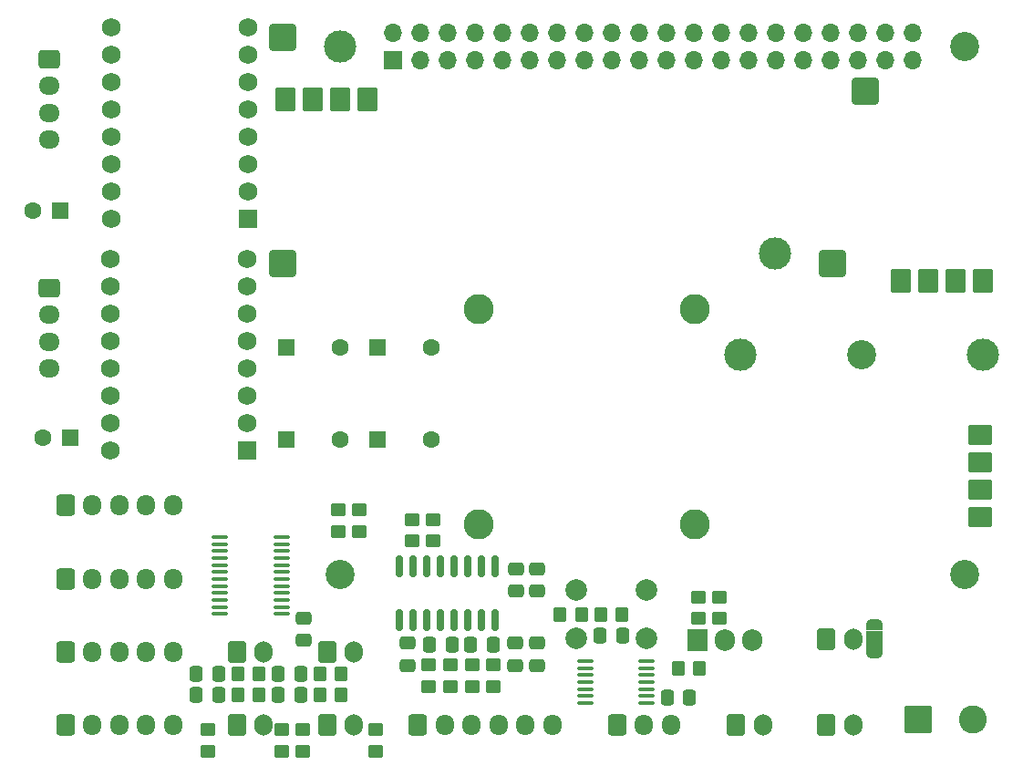
<source format=gbr>
%TF.GenerationSoftware,KiCad,Pcbnew,9.0.3*%
%TF.CreationDate,2025-07-12T01:01:34+02:00*%
%TF.ProjectId,FactoryInABoxHat,46616374-6f72-4794-996e-41426f784861,rev?*%
%TF.SameCoordinates,Original*%
%TF.FileFunction,Soldermask,Bot*%
%TF.FilePolarity,Negative*%
%FSLAX46Y46*%
G04 Gerber Fmt 4.6, Leading zero omitted, Abs format (unit mm)*
G04 Created by KiCad (PCBNEW 9.0.3) date 2025-07-12 01:01:34*
%MOMM*%
%LPD*%
G01*
G04 APERTURE LIST*
G04 Aperture macros list*
%AMRoundRect*
0 Rectangle with rounded corners*
0 $1 Rounding radius*
0 $2 $3 $4 $5 $6 $7 $8 $9 X,Y pos of 4 corners*
0 Add a 4 corners polygon primitive as box body*
4,1,4,$2,$3,$4,$5,$6,$7,$8,$9,$2,$3,0*
0 Add four circle primitives for the rounded corners*
1,1,$1+$1,$2,$3*
1,1,$1+$1,$4,$5*
1,1,$1+$1,$6,$7*
1,1,$1+$1,$8,$9*
0 Add four rect primitives between the rounded corners*
20,1,$1+$1,$2,$3,$4,$5,0*
20,1,$1+$1,$4,$5,$6,$7,0*
20,1,$1+$1,$6,$7,$8,$9,0*
20,1,$1+$1,$8,$9,$2,$3,0*%
%AMFreePoly0*
4,1,23,0.550000,-0.750000,0.000000,-0.750000,0.000000,-0.745722,-0.065263,-0.745722,-0.191342,-0.711940,-0.304381,-0.646677,-0.396677,-0.554381,-0.461940,-0.441342,-0.495722,-0.315263,-0.495722,-0.250000,-0.500000,-0.250000,-0.500000,0.250000,-0.495722,0.250000,-0.495722,0.315263,-0.461940,0.441342,-0.396677,0.554381,-0.304381,0.646677,-0.191342,0.711940,-0.065263,0.745722,0.000000,0.745722,
0.000000,0.750000,0.550000,0.750000,0.550000,-0.750000,0.550000,-0.750000,$1*%
%AMFreePoly1*
4,1,23,0.000000,0.745722,0.065263,0.745722,0.191342,0.711940,0.304381,0.646677,0.396677,0.554381,0.461940,0.441342,0.495722,0.315263,0.495722,0.250000,0.500000,0.250000,0.500000,-0.250000,0.495722,-0.250000,0.495722,-0.315263,0.461940,-0.441342,0.396677,-0.554381,0.304381,-0.646677,0.191342,-0.711940,0.065263,-0.745722,0.000000,-0.745722,0.000000,-0.750000,-0.550000,-0.750000,
-0.550000,0.750000,0.000000,0.750000,0.000000,0.745722,0.000000,0.745722,$1*%
G04 Aperture macros list end*
%ADD10RoundRect,0.250000X-0.600000X-0.725000X0.600000X-0.725000X0.600000X0.725000X-0.600000X0.725000X0*%
%ADD11O,1.700000X1.950000*%
%ADD12RoundRect,0.102000X0.965200X0.800000X-0.965200X0.800000X-0.965200X-0.800000X0.965200X-0.800000X0*%
%ADD13C,2.700000*%
%ADD14RoundRect,0.250000X-0.600000X-0.750000X0.600000X-0.750000X0.600000X0.750000X-0.600000X0.750000X0*%
%ADD15O,1.700000X2.000000*%
%ADD16RoundRect,0.250000X0.550000X0.550000X-0.550000X0.550000X-0.550000X-0.550000X0.550000X-0.550000X0*%
%ADD17C,1.600000*%
%ADD18RoundRect,0.102000X0.765000X0.765000X-0.765000X0.765000X-0.765000X-0.765000X0.765000X-0.765000X0*%
%ADD19C,1.734000*%
%ADD20RoundRect,0.250000X-0.550000X-0.550000X0.550000X-0.550000X0.550000X0.550000X-0.550000X0.550000X0*%
%ADD21RoundRect,0.250000X-1.050000X-1.050000X1.050000X-1.050000X1.050000X1.050000X-1.050000X1.050000X0*%
%ADD22C,2.600000*%
%ADD23C,3.000000*%
%ADD24RoundRect,0.381000X0.889000X0.889000X-0.889000X0.889000X-0.889000X-0.889000X0.889000X-0.889000X0*%
%ADD25R,1.905000X2.000000*%
%ADD26O,1.905000X2.000000*%
%ADD27RoundRect,0.102000X0.800000X-0.965200X0.800000X0.965200X-0.800000X0.965200X-0.800000X-0.965200X0*%
%ADD28C,2.800000*%
%ADD29RoundRect,0.250000X-0.725000X0.600000X-0.725000X-0.600000X0.725000X-0.600000X0.725000X0.600000X0*%
%ADD30O,1.950000X1.700000*%
%ADD31RoundRect,0.102000X-0.800000X0.965200X-0.800000X-0.965200X0.800000X-0.965200X0.800000X0.965200X0*%
%ADD32C,2.000000*%
%ADD33R,1.700000X1.700000*%
%ADD34O,1.700000X1.700000*%
%ADD35RoundRect,0.250000X0.350000X0.450000X-0.350000X0.450000X-0.350000X-0.450000X0.350000X-0.450000X0*%
%ADD36RoundRect,0.250000X-0.475000X0.337500X-0.475000X-0.337500X0.475000X-0.337500X0.475000X0.337500X0*%
%ADD37RoundRect,0.250000X-0.450000X0.350000X-0.450000X-0.350000X0.450000X-0.350000X0.450000X0.350000X0*%
%ADD38RoundRect,0.150000X0.150000X-0.850000X0.150000X0.850000X-0.150000X0.850000X-0.150000X-0.850000X0*%
%ADD39RoundRect,0.250000X0.450000X-0.350000X0.450000X0.350000X-0.450000X0.350000X-0.450000X-0.350000X0*%
%ADD40RoundRect,0.250000X0.337500X0.475000X-0.337500X0.475000X-0.337500X-0.475000X0.337500X-0.475000X0*%
%ADD41RoundRect,0.250000X-0.337500X-0.475000X0.337500X-0.475000X0.337500X0.475000X-0.337500X0.475000X0*%
%ADD42RoundRect,0.100000X-0.637500X-0.100000X0.637500X-0.100000X0.637500X0.100000X-0.637500X0.100000X0*%
%ADD43FreePoly0,270.000000*%
%ADD44R,1.500000X1.000000*%
%ADD45FreePoly1,270.000000*%
G04 APERTURE END LIST*
%TO.C,JP1*%
G36*
X52350000Y-1750000D02*
G01*
X53850000Y-1750000D01*
X53850000Y-3250000D01*
X52350000Y-3250000D01*
X52350000Y-1750000D01*
G37*
%TD*%
D10*
%TO.C,J9*%
X-22000000Y9900000D03*
D11*
X-19500000Y9900000D03*
X-17000000Y9900000D03*
X-14500000Y9900000D03*
X-12000000Y9900000D03*
%TD*%
D12*
%TO.C,U5*%
X62900000Y8790000D03*
X62900000Y13870000D03*
X62900000Y11330000D03*
X62900000Y16410000D03*
%TD*%
D13*
%TO.C,MH2*%
X61500000Y52500000D03*
%TD*%
D10*
%TO.C,J3*%
X10700000Y-10500000D03*
D11*
X13200000Y-10500000D03*
X15700000Y-10500000D03*
X18200000Y-10500000D03*
X20700000Y-10500000D03*
X23200000Y-10500000D03*
%TD*%
D10*
%TO.C,J19*%
X-22000000Y-10500000D03*
D11*
X-19500000Y-10500000D03*
X-17000000Y-10500000D03*
X-14500000Y-10500000D03*
X-12000000Y-10500000D03*
%TD*%
D14*
%TO.C,J7*%
X40250000Y-10475000D03*
D15*
X42750000Y-10475000D03*
%TD*%
D14*
%TO.C,J11*%
X48650000Y-2475000D03*
D15*
X51150000Y-2475000D03*
%TD*%
D16*
%TO.C,C4*%
X-21600000Y16200000D03*
D17*
X-24100000Y16200000D03*
%TD*%
D18*
%TO.C,U2*%
X-5050000Y36510000D03*
D19*
X-5050000Y39050000D03*
X-5050000Y41590000D03*
X-5050000Y44130000D03*
X-5050000Y46670000D03*
X-5050000Y49210000D03*
X-5050000Y51750000D03*
X-5050000Y54290000D03*
X-17750000Y54290000D03*
X-17750000Y51750000D03*
X-17750000Y49210000D03*
X-17750000Y46670000D03*
X-17750000Y44130000D03*
X-17750000Y41590000D03*
X-17750000Y39050000D03*
X-17750000Y36510000D03*
%TD*%
D20*
%TO.C,C12*%
X-1500000Y16000000D03*
D17*
X3500000Y16000000D03*
%TD*%
D10*
%TO.C,J2*%
X29200000Y-10500000D03*
D11*
X31700000Y-10500000D03*
X34200000Y-10500000D03*
%TD*%
D16*
%TO.C,C5*%
X-22517620Y37300000D03*
D17*
X-25017620Y37300000D03*
%TD*%
D21*
%TO.C,J15*%
X57200000Y-10000000D03*
D22*
X62280000Y-10000000D03*
%TD*%
D23*
%TO.C,DC-DC_PI5*%
X43900000Y33300000D03*
X3500000Y52500000D03*
D24*
X49200000Y32400000D03*
X52275000Y48361000D03*
X-1800000Y53400000D03*
X-1800000Y32400000D03*
%TD*%
D14*
%TO.C,J20*%
X-6100000Y-3700000D03*
D15*
X-3600000Y-3700000D03*
%TD*%
D20*
%TO.C,C1*%
X6997349Y16000000D03*
D17*
X11997349Y16000000D03*
%TD*%
D25*
%TO.C,Q3*%
X36700000Y-2600000D03*
D26*
X39240000Y-2600000D03*
X41780000Y-2600000D03*
%TD*%
D27*
%TO.C,U6*%
X55590000Y30754500D03*
X60670000Y30754500D03*
X58130000Y30754500D03*
X63210000Y30754500D03*
%TD*%
D20*
%TO.C,C6*%
X6997349Y24550000D03*
D17*
X11997349Y24550000D03*
%TD*%
D14*
%TO.C,J10*%
X48650000Y-10475000D03*
D15*
X51150000Y-10475000D03*
%TD*%
D13*
%TO.C,MH3*%
X3500000Y3500000D03*
%TD*%
%TO.C,MH1*%
X3500000Y52500000D03*
%TD*%
D28*
%TO.C,M1*%
X16400000Y8150000D03*
X36400000Y8150000D03*
X16400000Y28150000D03*
X36400000Y28150000D03*
%TD*%
D14*
%TO.C,J12*%
X2300000Y-3675000D03*
D15*
X4800000Y-3675000D03*
%TD*%
D29*
%TO.C,J8*%
X-23500000Y30100000D03*
D30*
X-23500000Y27600000D03*
X-23500000Y25100000D03*
X-23500000Y22600000D03*
%TD*%
D10*
%TO.C,J18*%
X-22000000Y-3700000D03*
D11*
X-19500000Y-3700000D03*
X-17000000Y-3700000D03*
X-14500000Y-3700000D03*
X-12000000Y-3700000D03*
%TD*%
D13*
%TO.C,MH4*%
X61500000Y3500000D03*
%TD*%
D31*
%TO.C,U7*%
X6010000Y47645500D03*
X930000Y47645500D03*
X3470000Y47645500D03*
X-1610000Y47645500D03*
%TD*%
D14*
%TO.C,J22*%
X2300000Y-10500000D03*
D15*
X4800000Y-10500000D03*
%TD*%
D29*
%TO.C,J13*%
X-23475000Y51350000D03*
D30*
X-23475000Y48850000D03*
X-23475000Y46350000D03*
X-23475000Y43850000D03*
%TD*%
D32*
%TO.C,SW1*%
X25450000Y2050000D03*
X31950000Y2050000D03*
X25450000Y-2450000D03*
X31950000Y-2450000D03*
%TD*%
D13*
%TO.C,F1*%
X51900000Y23900000D03*
D23*
X63150000Y23900000D03*
X40650000Y23900000D03*
%TD*%
D10*
%TO.C,J17*%
X-22000000Y3100000D03*
D11*
X-19500000Y3100000D03*
X-17000000Y3100000D03*
X-14500000Y3100000D03*
X-12000000Y3100000D03*
%TD*%
D20*
%TO.C,C2*%
X-1500000Y24550000D03*
D17*
X3500000Y24550000D03*
%TD*%
D18*
%TO.C,U1*%
X-5150000Y15010000D03*
D19*
X-5150000Y17550000D03*
X-5150000Y20090000D03*
X-5150000Y22630000D03*
X-5150000Y25170000D03*
X-5150000Y27710000D03*
X-5150000Y30250000D03*
X-5150000Y32790000D03*
X-17850000Y32790000D03*
X-17850000Y30250000D03*
X-17850000Y27710000D03*
X-17850000Y25170000D03*
X-17850000Y22630000D03*
X-17850000Y20090000D03*
X-17850000Y17550000D03*
X-17850000Y15010000D03*
%TD*%
D14*
%TO.C,J21*%
X-6100000Y-10500000D03*
D15*
X-3600000Y-10500000D03*
%TD*%
D33*
%TO.C,J1*%
X8370000Y51230000D03*
D34*
X8370000Y53770000D03*
X10910000Y51230000D03*
X10910000Y53770000D03*
X13450000Y51230000D03*
X13450000Y53770000D03*
X15990000Y51230000D03*
X15990000Y53770000D03*
X18530000Y51230000D03*
X18530000Y53770000D03*
X21070000Y51230000D03*
X21070000Y53770000D03*
X23610000Y51230000D03*
X23610000Y53770000D03*
X26150000Y51230000D03*
X26150000Y53770000D03*
X28690000Y51230000D03*
X28690000Y53770000D03*
X31230000Y51230000D03*
X31230000Y53770000D03*
X33770000Y51230000D03*
X33770000Y53770000D03*
X36310000Y51230000D03*
X36310000Y53770000D03*
X38850000Y51230000D03*
X38850000Y53770000D03*
X41390000Y51230000D03*
X41390000Y53770000D03*
X43930000Y51230000D03*
X43930000Y53770000D03*
X46470000Y51230000D03*
X46470000Y53770000D03*
X49010000Y51230000D03*
X49010000Y53770000D03*
X51550000Y51230000D03*
X51550000Y53770000D03*
X54090000Y51230000D03*
X54090000Y53770000D03*
X56630000Y51230000D03*
X56630000Y53770000D03*
%TD*%
D35*
%TO.C,R2*%
X36900000Y-5200000D03*
X34900000Y-5200000D03*
%TD*%
D36*
%TO.C,C16*%
X19800000Y4037500D03*
X19800000Y1962500D03*
%TD*%
%TO.C,C17*%
X21800000Y4037500D03*
X21800000Y1962500D03*
%TD*%
D37*
%TO.C,R3*%
X36800000Y1400000D03*
X36800000Y-600000D03*
%TD*%
%TO.C,R9*%
X-8800000Y-10900000D03*
X-8800000Y-12900000D03*
%TD*%
D38*
%TO.C,U3*%
X17895000Y-725000D03*
X16625000Y-725000D03*
X15355000Y-725000D03*
X14085000Y-725000D03*
X12815000Y-725000D03*
X11545000Y-725000D03*
X10275000Y-725000D03*
X9005000Y-725000D03*
X9005000Y4275000D03*
X10275000Y4275000D03*
X11545000Y4275000D03*
X12815000Y4275000D03*
X14085000Y4275000D03*
X15355000Y4275000D03*
X16625000Y4275000D03*
X17895000Y4275000D03*
%TD*%
D35*
%TO.C,R10*%
X-4000000Y-5700000D03*
X-6000000Y-5700000D03*
%TD*%
D39*
%TO.C,R4*%
X17750000Y-6925000D03*
X17750000Y-4925000D03*
%TD*%
D40*
%TO.C,C10*%
X29737500Y-2200000D03*
X27662500Y-2200000D03*
%TD*%
D35*
%TO.C,R16*%
X25900000Y-200000D03*
X23900000Y-200000D03*
%TD*%
D41*
%TO.C,C20*%
X33862500Y-7900000D03*
X35937500Y-7900000D03*
%TD*%
D40*
%TO.C,C18*%
X17687500Y-3025000D03*
X15612500Y-3025000D03*
%TD*%
D35*
%TO.C,R15*%
X29700000Y-200000D03*
X27700000Y-200000D03*
%TD*%
%TO.C,R8*%
X3600000Y-5700000D03*
X1600000Y-5700000D03*
%TD*%
D36*
%TO.C,C11*%
X100000Y-562500D03*
X100000Y-2637500D03*
%TD*%
D40*
%TO.C,C8*%
X-7762500Y-7700000D03*
X-9837500Y-7700000D03*
%TD*%
D35*
%TO.C,R14*%
X3600000Y-7700000D03*
X1600000Y-7700000D03*
%TD*%
D39*
%TO.C,R17*%
X11750000Y-6925000D03*
X11750000Y-4925000D03*
%TD*%
D37*
%TO.C,R20*%
X10200000Y8600000D03*
X10200000Y6600000D03*
%TD*%
%TO.C,R11*%
X-1900000Y-10900000D03*
X-1900000Y-12900000D03*
%TD*%
D40*
%TO.C,C19*%
X13887500Y-3025000D03*
X11812500Y-3025000D03*
%TD*%
D39*
%TO.C,R18*%
X5300000Y7504906D03*
X5300000Y9504906D03*
%TD*%
%TO.C,R19*%
X3300000Y7500000D03*
X3300000Y9500000D03*
%TD*%
D37*
%TO.C,R21*%
X12100000Y8600000D03*
X12100000Y6600000D03*
%TD*%
D35*
%TO.C,R12*%
X-4000000Y-7700000D03*
X-6000000Y-7700000D03*
%TD*%
D42*
%TO.C,U4*%
X26237500Y-8450000D03*
X26237500Y-7800000D03*
X26237500Y-7150000D03*
X26237500Y-6500000D03*
X26237500Y-5850000D03*
X26237500Y-5200000D03*
X26237500Y-4550000D03*
X31962500Y-4550000D03*
X31962500Y-5200000D03*
X31962500Y-5850000D03*
X31962500Y-6500000D03*
X31962500Y-7150000D03*
X31962500Y-7800000D03*
X31962500Y-8450000D03*
%TD*%
D36*
%TO.C,C15*%
X21750000Y-2887500D03*
X21750000Y-4962500D03*
%TD*%
D40*
%TO.C,C9*%
X-162500Y-7700000D03*
X-2237500Y-7700000D03*
%TD*%
D36*
%TO.C,C14*%
X19750000Y-2887500D03*
X19750000Y-4962500D03*
%TD*%
D39*
%TO.C,R6*%
X13750000Y-6925000D03*
X13750000Y-4925000D03*
%TD*%
D37*
%TO.C,R7*%
X0Y-10900000D03*
X0Y-12900000D03*
%TD*%
D40*
%TO.C,C3*%
X-162500Y-5700000D03*
X-2237500Y-5700000D03*
%TD*%
D42*
%TO.C,U8*%
X-7675000Y-175000D03*
X-7675000Y475000D03*
X-7675000Y1125000D03*
X-7675000Y1775000D03*
X-7675000Y2425000D03*
X-7675000Y3075000D03*
X-7675000Y3725000D03*
X-7675000Y4375000D03*
X-7675000Y5025000D03*
X-7675000Y5675000D03*
X-7675000Y6325000D03*
X-7675000Y6975000D03*
X-1950000Y6975000D03*
X-1950000Y6325000D03*
X-1950000Y5675000D03*
X-1950000Y5025000D03*
X-1950000Y4375000D03*
X-1950000Y3725000D03*
X-1950000Y3075000D03*
X-1950000Y2425000D03*
X-1950000Y1775000D03*
X-1950000Y1125000D03*
X-1950000Y475000D03*
X-1950000Y-175000D03*
%TD*%
D43*
%TO.C,JP1*%
X53100000Y-1200000D03*
D44*
X53100000Y-2500000D03*
D45*
X53100000Y-3800000D03*
%TD*%
D40*
%TO.C,C7*%
X-7762500Y-5700000D03*
X-9837500Y-5700000D03*
%TD*%
D36*
%TO.C,C13*%
X9750000Y-2887500D03*
X9750000Y-4962500D03*
%TD*%
D39*
%TO.C,R1*%
X38700000Y-600000D03*
X38700000Y1400000D03*
%TD*%
%TO.C,R5*%
X15750000Y-6925000D03*
X15750000Y-4925000D03*
%TD*%
D37*
%TO.C,R13*%
X6800000Y-10900000D03*
X6800000Y-12900000D03*
%TD*%
M02*

</source>
